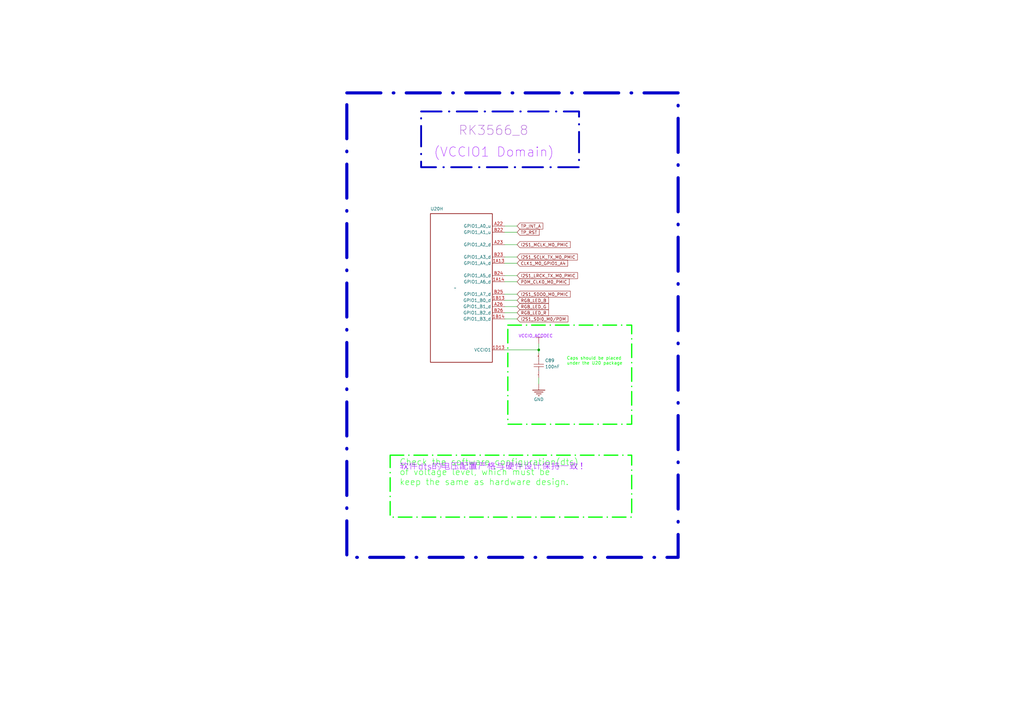
<source format=kicad_sch>
(kicad_sch (version 20250114) (generator "eeschema") (generator_version "9.0")
  (paper "A3")
  (lib_symbols
    (symbol "LCSC Taish-easyedapro:CL05B104KB54PNC"
      (property "Reference" "C" (at 0 0 0))
      (symbol "CL05B104KB54PNC_1_0"
        (pin input line (at -5.08 0 0) (length 2.54) (name "1") (number "1"))
        (pin input line (at 5.08 0 180) (length 2.54) (name "2") (number "2"))
      )
    )
    (symbol "LCSC Taish-easyedapro:Ground-GND" (power) (pin_numbers (hide yes)) (pin_names (hide yes))
      (symbol "Ground-GND_1_0"
        (pin power_in line (at 0 0 270) (length 2.54) (name "GND") (number "1"))
      )
    )
    (symbol "LCSC Taish-easyedapro:Power-VCC" (power) (pin_numbers (hide yes)) (pin_names (hide yes))
      (symbol "Power-VCC_1_0"
        (pin power_in line (at 0 0 90) (length 1.27) (name "VCCIO_ACODEC") (number "1"))
      )
    )
    (symbol "LCSC Taish-easyedapro:RK3566"
      (symbol "RK3566_1_0"
        (pin input line (at 17.78 50.8 180) (length 5.08) (name "VDD_CPU_1") (number "1C12"))
        (pin input line (at 17.78 48.26 180) (length 5.08) (name "VDD_CPU_2") (number "1D11"))
        (pin input line (at 17.78 45.72 180) (length 5.08) (name "VDD_CPU_3") (number "1D12"))
        (pin input line (at 17.78 43.18 180) (length 5.08) (name "VDD_CPU_4") (number "1E11"))
        (pin input line (at 17.78 40.64 180) (length 5.08) (name "VDD_CPU_5") (number "1E12"))
        (pin input line (at 17.78 38.1 180) (length 5.08) (name "VDD_CPU_6") (number "1E13"))
        (pin input line (at 17.78 35.56 180) (length 5.08) (name "VDD_CPU_7") (number "1F11"))
        (pin input line (at 17.78 33.02 180) (length 5.08) (name "VDD_CPU_8") (number "1F12"))
        (pin input line (at 17.78 30.48 180) (length 5.08) (name "VDD_CPU_9") (number "1F13"))
        (pin input line (at 17.78 27.94 180) (length 5.08) (name "VDD_CPU_10") (number "1F14"))
        (pin input line (at 17.78 25.4 180) (length 5.08) (name "VDD_CPU_11") (number "1G13"))
        (pin input line (at 17.78 12.7 180) (length 5.08) (name "VDD_LOGIC_1") (number "1H7"))
        (pin input line (at 17.78 10.16 180) (length 5.08) (name "VDD_LOGIC_2") (number "1H8"))
        (pin input line (at 17.78 7.62 180) (length 5.08) (name "VDD_LOGIC_3") (number "1H9"))
        (pin input line (at 17.78 5.08 180) (length 5.08) (name "VDD_LOGIC_4") (number "1H10"))
        (pin input line (at 17.78 2.54 180) (length 5.08) (name "VDD_LOGIC_5") (number "1J7"))
        (pin input line (at 17.78 0 180) (length 5.08) (name "VDD_LOGIC_6") (number "1J10"))
        (pin input line (at 17.78 -2.54 180) (length 5.08) (name "VDD_LOGIC_7") (number "1K7"))
        (pin input line (at 17.78 -5.08 180) (length 5.08) (name "VDD_LOGIC_8") (number "1K10"))
        (pin input line (at 17.78 -7.62 180) (length 5.08) (name "VDD_LOGIC_9") (number "1L7"))
        (pin input line (at 17.78 -20.32 180) (length 5.08) (name "VDD_GPU_1") (number "1L8"))
        (pin input line (at 17.78 -22.86 180) (length 5.08) (name "VDD_GPU_2") (number "1L9"))
        (pin input line (at 17.78 -25.4 180) (length 5.08) (name "VDD_GPU_3") (number "1M7"))
        (pin input line (at 17.78 -27.94 180) (length 5.08) (name "VDD_GPU_4") (number "1M8"))
        (pin input line (at 17.78 -30.48 180) (length 5.08) (name "VDD_GPU_5") (number "1M9"))
        (pin input line (at 17.78 -43.18 180) (length 5.08) (name "VDD_NPU_1") (number "1G15"))
        (pin input line (at 17.78 -45.72 180) (length 5.08) (name "VDD_NPU_2") (number "1H14"))
        (pin input line (at 17.78 -48.26 180) (length 5.08) (name "VDD_NPU_3") (number "1H15"))
        (pin input line (at 17.78 -50.8 180) (length 5.08) (name "VDD_NPU_4") (number "1J14"))
        (pin input line (at 17.78 -53.34 180) (length 5.08) (name "VDD_NPU_5") (number "1J15"))
      )
      (symbol "RK3566_2_0"
        (pin input line (at 15.24 60.96 180) (length 5.08) (name "VSS_1") (number "A1"))
        (pin input line (at 15.24 58.42 180) (length 5.08) (name "VSS_2") (number "A2"))
        (pin input line (at 15.24 55.88 180) (length 5.08) (name "VSS_3") (number "A38"))
        (pin input line (at 15.24 53.34 180) (length 5.08) (name "VSS_4") (number "B1"))
        (pin input line (at 15.24 50.8 180) (length 5.08) (name "VSS_5") (number "B2"))
        (pin input line (at 15.24 48.26 180) (length 5.08) (name "VSS_6") (number "B6"))
        (pin input line (at 15.24 45.72 180) (length 5.08) (name "VSS_7") (number "B11"))
        (pin input line (at 15.24 43.18 180) (length 5.08) (name "VSS_8") (number "B14"))
        (pin input line (at 15.24 40.64 180) (length 5.08) (name "VSS_9") (number "B18"))
        (pin input line (at 15.24 38.1 180) (length 5.08) (name "VSS_10") (number "B21"))
        (pin input line (at 15.24 35.56 180) (length 5.08) (name "VSS_11") (number "B28"))
        (pin input line (at 15.24 33.02 180) (length 5.08) (name "VSS_12") (number "B31"))
        (pin input line (at 15.24 30.48 180) (length 5.08) (name "VSS_13") (number "D2"))
        (pin input line (at 15.24 27.94 180) (length 5.08) (name "VSS_14") (number "J2"))
        (pin input line (at 15.24 25.4 180) (length 5.08) (name "VSS_15") (number "L2"))
        (pin input line (at 15.24 22.86 180) (length 5.08) (name "VSS_16") (number "U2"))
        (pin input line (at 15.24 20.32 180) (length 5.08) (name "VSS_17") (number "W2"))
        (pin input line (at 15.24 17.78 180) (length 5.08) (name "VSS_18") (number "AA2"))
        (pin input line (at 15.24 15.24 180) (length 5.08) (name "VSS_19") (number "AD2"))
        (pin input line (at 15.24 12.7 180) (length 5.08) (name "VSS_20") (number "AP2"))
        (pin input line (at 15.24 10.16 180) (length 5.08) (name "VSS_21") (number "AR1"))
        (pin input line (at 15.24 7.62 180) (length 5.08) (name "VSS_22") (number "AP8"))
        (pin input line (at 15.24 5.08 180) (length 5.08) (name "VSS_23") (number "E37"))
        (pin input line (at 15.24 2.54 180) (length 5.08) (name "VSS_24") (number "AC37"))
        (pin input line (at 15.24 0 180) (length 5.08) (name "VSS_25") (number "AE37"))
        (pin input line (at 15.24 -2.54 180) (length 5.08) (name "VSS_26") (number "AH37"))
        (pin input line (at 15.24 -5.08 180) (length 5.08) (name "VSS_27") (number "AL37"))
        (pin input line (at 15.24 -7.62 180) (length 5.08) (name "VSS_28") (number "AP37"))
        (pin input line (at 15.24 -10.16 180) (length 5.08) (name "VSS_29") (number "AR38"))
        (pin input line (at 15.24 -12.7 180) (length 5.08) (name "VSS_30") (number "1B10"))
        (pin input line (at 15.24 -15.24 180) (length 5.08) (name "VSS_31") (number "1B11"))
        (pin input line (at 15.24 -17.78 180) (length 5.08) (name "VSS_32") (number "1B15"))
        (pin input line (at 15.24 -20.32 180) (length 5.08) (name "VSS_33") (number "1B19"))
        (pin input line (at 15.24 -22.86 180) (length 5.08) (name "VSS_34") (number "1C4"))
        (pin input line (at 15.24 -25.4 180) (length 5.08) (name "VSS_35") (number "1C5"))
        (pin input line (at 15.24 -27.94 180) (length 5.08) (name "VSS_36") (number "1C6"))
        (pin input line (at 15.24 -30.48 180) (length 5.08) (name "VSS_37") (number "1C8"))
        (pin input line (at 15.24 -33.02 180) (length 5.08) (name "VSS_38") (number "1C9"))
        (pin input line (at 15.24 -35.56 180) (length 5.08) (name "VSS_39") (number "1C14"))
        (pin input line (at 15.24 -38.1 180) (length 5.08) (name "VSS_40") (number "1C16"))
        (pin input line (at 15.24 -40.64 180) (length 5.08) (name "VSS_41") (number "1C18"))
        (pin input line (at 15.24 -43.18 180) (length 5.08) (name "VSS_42") (number "1D1"))
        (pin input line (at 15.24 -45.72 180) (length 5.08) (name "VSS_43") (number "1D3"))
        (pin input line (at 15.24 -48.26 180) (length 5.08) (name "VSS_44") (number "1D10"))
        (pin input line (at 15.24 -50.8 180) (length 5.08) (name "VSS_45") (number "1D14"))
        (pin input line (at 15.24 -53.34 180) (length 5.08) (name "VSS_46") (number "1E3"))
        (pin input line (at 15.24 -55.88 180) (length 5.08) (name "VSS_47") (number "1E8"))
        (pin input line (at 15.24 -58.42 180) (length 5.08) (name "VSS_48") (number "1E10"))
        (pin input line (at 15.24 -60.96 180) (length 5.08) (name "VSS_49") (number "1E14"))
        (pin input line (at 15.24 -63.5 180) (length 5.08) (name "VSS_50") (number "1E15"))
      )
      (symbol "RK3566_3_0"
        (pin input line (at 15.24 63.5 180) (length 5.08) (name "VSS_51") (number "1E17"))
        (pin input line (at 15.24 60.96 180) (length 5.08) (name "VSS_52") (number "1F6"))
        (pin input line (at 15.24 58.42 180) (length 5.08) (name "VSS_53") (number "1F7"))
        (pin input line (at 15.24 55.88 180) (length 5.08) (name "VSS_54") (number "1F8"))
        (pin input line (at 15.24 53.34 180) (length 5.08) (name "VSS_55") (number "1F9"))
        (pin input line (at 15.24 50.8 180) (length 5.08) (name "VSS_56") (number "1F10"))
        (pin input line (at 15.24 48.26 180) (length 5.08) (name "VSS_57") (number "1F15"))
        (pin input line (at 15.24 45.72 180) (length 5.08) (name "VSS_58") (number "1F16"))
        (pin input line (at 15.24 43.18 180) (length 5.08) (name "VSS_59") (number "1G3"))
        (pin input line (at 15.24 40.64 180) (length 5.08) (name "VSS_60") (number "1G6"))
        (pin input line (at 15.24 38.1 180) (length 5.08) (name "VSS_61") (number "1G7"))
        (pin input line (at 15.24 35.56 180) (length 5.08) (name "VSS_62") (number "1G8"))
        (pin input line (at 15.24 33.02 180) (length 5.08) (name "VSS_63") (number "1G9"))
        (pin input line (at 15.24 30.48 180) (length 5.08) (name "VSS_64") (number "1G10"))
        (pin input line (at 15.24 27.94 180) (length 5.08) (name "VSS_65") (number "1G11"))
        (pin input line (at 15.24 25.4 180) (length 5.08) (name "VSS_66") (number "1G12"))
        (pin input line (at 15.24 22.86 180) (length 5.08) (name "VSS_67") (number "1G14"))
        (pin input line (at 15.24 20.32 180) (length 5.08) (name "VSS_68") (number "1H1"))
        (pin input line (at 15.24 17.78 180) (length 5.08) (name "VSS_69") (number "1H2"))
        (pin input line (at 15.24 15.24 180) (length 5.08) (name "VSS_70") (number "1H6"))
        (pin input line (at 15.24 12.7 180) (length 5.08) (name "VSS_71") (number "1H11"))
        (pin input line (at 15.24 10.16 180) (length 5.08) (name "VSS_72") (number "1H12"))
        (pin input line (at 15.24 7.62 180) (length 5.08) (name "VSS_73") (number "1H13"))
        (pin input line (at 15.24 5.08 180) (length 5.08) (name "VSS_74") (number "1J1"))
        (pin input line (at 15.24 2.54 180) (length 5.08) (name "VSS_75") (number "1J6"))
        (pin input line (at 15.24 0 180) (length 5.08) (name "VSS_76") (number "1J8"))
        (pin input line (at 15.24 -2.54 180) (length 5.08) (name "VSS_77") (number "1J9"))
        (pin input line (at 15.24 -5.08 180) (length 5.08) (name "VSS_78") (number "1J11"))
        (pin input line (at 15.24 -7.62 180) (length 5.08) (name "VSS_79") (number "1J12"))
        (pin input line (at 15.24 -10.16 180) (length 5.08) (name "VSS_80") (number "1J13"))
        (pin input line (at 15.24 -12.7 180) (length 5.08) (name "VSS_81") (number "1K2"))
        (pin input line (at 15.24 -15.24 180) (length 5.08) (name "VSS_82") (number "1K3"))
        (pin input line (at 15.24 -17.78 180) (length 5.08) (name "VSS_83") (number "1K4"))
        (pin input line (at 15.24 -20.32 180) (length 5.08) (name "VSS_84") (number "1K5"))
        (pin input line (at 15.24 -22.86 180) (length 5.08) (name "VSS_85") (number "1K6"))
        (pin input line (at 15.24 -25.4 180) (length 5.08) (name "VSS_86") (number "1K8"))
        (pin input line (at 15.24 -27.94 180) (length 5.08) (name "VSS_87") (number "1K9"))
        (pin input line (at 15.24 -30.48 180) (length 5.08) (name "VSS_88") (number "1K11"))
        (pin input line (at 15.24 -33.02 180) (length 5.08) (name "VSS_89") (number "1K12"))
        (pin input line (at 15.24 -35.56 180) (length 5.08) (name "VSS_90") (number "1K13"))
        (pin input line (at 15.24 -38.1 180) (length 5.08) (name "VSS_91") (number "1K14"))
        (pin input line (at 15.24 -40.64 180) (length 5.08) (name "VSS_92") (number "1K15"))
        (pin input line (at 15.24 -43.18 180) (length 5.08) (name "VSS_93") (number "1L3"))
        (pin input line (at 15.24 -45.72 180) (length 5.08) (name "VSS_94") (number "1L6"))
        (pin input line (at 15.24 -48.26 180) (length 5.08) (name "VSS_95") (number "1L10"))
        (pin input line (at 15.24 -50.8 180) (length 5.08) (name "VSS_96") (number "1L11"))
        (pin input line (at 15.24 -53.34 180) (length 5.08) (name "VSS_97") (number "1L12"))
        (pin input line (at 15.24 -55.88 180) (length 5.08) (name "VSS_98") (number "1L13"))
        (pin input line (at 15.24 -58.42 180) (length 5.08) (name "VSS_99") (number "1L14"))
        (pin input line (at 15.24 -60.96 180) (length 5.08) (name "VSS_100") (number "1L15"))
      )
      (symbol "RK3566_4_0"
        (pin input line (at 15.24 38.1 180) (length 5.08) (name "VSS_101") (number "1M3"))
        (pin input line (at 15.24 35.56 180) (length 5.08) (name "VSS_102") (number "1M4"))
        (pin input line (at 15.24 33.02 180) (length 5.08) (name "VSS_103") (number "1M5"))
        (pin input line (at 15.24 30.48 180) (length 5.08) (name "VSS_104") (number "1M6"))
        (pin input line (at 15.24 27.94 180) (length 5.08) (name "VSS_105") (number "1M10"))
        (pin input line (at 15.24 25.4 180) (length 5.08) (name "VSS_106") (number "1M11"))
        (pin input line (at 15.24 22.86 180) (length 5.08) (name "VSS_107") (number "1M12"))
        (pin input line (at 15.24 20.32 180) (length 5.08) (name "VSS_108") (number "1M13"))
        (pin input line (at 15.24 17.78 180) (length 5.08) (name "VSS_109") (number "1M14"))
        (pin input line (at 15.24 15.24 180) (length 5.08) (name "VSS_110") (number "1M15"))
        (pin input line (at 15.24 12.7 180) (length 5.08) (name "VSS_111") (number "1M16"))
        (pin input line (at 15.24 10.16 180) (length 5.08) (name "VSS_112") (number "1M17"))
        (pin input line (at 15.24 7.62 180) (length 5.08) (name "VSS_113") (number "1M20"))
        (pin input line (at 15.24 5.08 180) (length 5.08) (name "VSS_114") (number "1N3"))
        (pin input line (at 15.24 2.54 180) (length 5.08) (name "VSS_115") (number "1N4"))
        (pin input line (at 15.24 0 180) (length 5.08) (name "VSS_116") (number "1N7"))
        (pin input line (at 15.24 -2.54 180) (length 5.08) (name "VSS_117") (number "1P1"))
        (pin input line (at 15.24 -5.08 180) (length 5.08) (name "VSS_118") (number "1P5"))
        (pin input line (at 15.24 -7.62 180) (length 5.08) (name "VSS_119") (number "1P6"))
        (pin input line (at 15.24 -10.16 180) (length 5.08) (name "VSS_120") (number "1P7"))
        (pin input line (at 15.24 -12.7 180) (length 5.08) (name "VSS_121") (number "1P15"))
        (pin input line (at 15.24 -15.24 180) (length 5.08) (name "VSS_122") (number "1R3"))
        (pin input line (at 15.24 -17.78 180) (length 5.08) (name "VSS_123") (number "1R4"))
        (pin input line (at 15.24 -20.32 180) (length 5.08) (name "VSS_124") (number "1R5"))
        (pin input line (at 15.24 -22.86 180) (length 5.08) (name "VSS_125") (number "1R6"))
        (pin input line (at 15.24 -25.4 180) (length 5.08) (name "VSS_126") (number "1R7"))
        (pin input line (at 15.24 -27.94 180) (length 5.08) (name "VSS_127") (number "1T3"))
        (pin input line (at 15.24 -30.48 180) (length 5.08) (name "VSS_128") (number "1T5"))
        (pin input line (at 15.24 -33.02 180) (length 5.08) (name "VSS_129") (number "1U2"))
        (pin input line (at 15.24 -35.56 180) (length 5.08) (name "VSS_130") (number "1V1"))
        (pin input line (at 15.24 -38.1 180) (length 5.08) (name "VSS_131") (number "1V4"))
      )
      (symbol "RK3566_5_0"
        (pin input line (at 10.16 68.58 180) (length 5.08) (name "AVSS_1") (number "AP13"))
        (pin input line (at 10.16 66.04 180) (length 5.08) (name "AVSS_2") (number "AP16"))
        (pin input line (at 10.16 63.5 180) (length 5.08) (name "AVSS_3") (number "AP19"))
        (pin input line (at 10.16 60.96 180) (length 5.08) (name "AVSS_4") (number "AP22"))
        (pin input line (at 10.16 58.42 180) (length 5.08) (name "AVSS_5") (number "AP25"))
        (pin input line (at 10.16 55.88 180) (length 5.08) (name "AVSS_6") (number "AP28"))
        (pin input line (at 10.16 53.34 180) (length 5.08) (name "AVSS_7") (number "AP31"))
        (pin input line (at 10.16 50.8 180) (length 5.08) (name "AVSS_8") (number "AP34"))
        (pin input line (at 10.16 48.26 180) (length 5.08) (name "AVSS_9") (number "1N11"))
        (pin input line (at 10.16 45.72 180) (length 5.08) (name "AVSS_10") (number "1N12"))
        (pin input line (at 10.16 43.18 180) (length 5.08) (name "AVSS_11") (number "1P8"))
        (pin input line (at 10.16 40.64 180) (length 5.08) (name "AVSS_12") (number "1P10"))
        (pin input line (at 10.16 38.1 180) (length 5.08) (name "AVSS_13") (number "1P14"))
        (pin input line (at 10.16 35.56 180) (length 5.08) (name "AVSS_14") (number "1R8"))
        (pin input line (at 10.16 33.02 180) (length 5.08) (name "AVSS_15") (number "1R9"))
        (pin input line (at 10.16 30.48 180) (length 5.08) (name "AVSS_16") (number "1R11"))
        (pin input line (at 10.16 27.94 180) (length 5.08) (name "AVSS_17") (number "1R12"))
        (pin input line (at 10.16 25.4 180) (length 5.08) (name "AVSS_18") (number "1R13"))
        (pin input line (at 10.16 22.86 180) (length 5.08) (name "AVSS_19") (number "1R14"))
        (pin input line (at 10.16 20.32 180) (length 5.08) (name "AVSS_20") (number "1R15"))
        (pin input line (at 10.16 17.78 180) (length 5.08) (name "AVSS_21") (number "1T7"))
        (pin input line (at 10.16 15.24 180) (length 5.08) (name "AVSS_22") (number "1T8"))
        (pin input line (at 10.16 12.7 180) (length 5.08) (name "AVSS_23") (number "1T9"))
        (pin input line (at 10.16 10.16 180) (length 5.08) (name "AVSS_24") (number "1T10"))
        (pin input line (at 10.16 7.62 180) (length 5.08) (name "AVSS_25") (number "1T11"))
        (pin input line (at 10.16 5.08 180) (length 5.08) (name "AVSS_26") (number "1T12"))
        (pin input line (at 10.16 2.54 180) (length 5.08) (name "AVSS_27") (number "1T13"))
        (pin input line (at 10.16 0 180) (length 5.08) (name "AVSS_28") (number "1T14"))
        (pin input line (at 10.16 -2.54 180) (length 5.08) (name "AVSS_29") (number "1T15"))
        (pin input line (at 10.16 -5.08 180) (length 5.08) (name "AVSS_30") (number "1T16"))
        (pin input line (at 10.16 -7.62 180) (length 5.08) (name "AVSS_31") (number "1T17"))
        (pin input line (at 10.16 -10.16 180) (length 5.08) (name "AVSS_32") (number "1U12"))
        (pin input line (at 10.16 -12.7 180) (length 5.08) (name "AVSS_33") (number "1U13"))
        (pin input line (at 10.16 -15.24 180) (length 5.08) (name "AVSS_34") (number "1U15"))
        (pin input line (at 10.16 -17.78 180) (length 5.08) (name "AVSS_35") (number "1U17"))
        (pin input line (at 10.16 -20.32 180) (length 5.08) (name "AVSS_36") (number "1V7"))
        (pin input line (at 10.16 -22.86 180) (length 5.08) (name "AVSS_37") (number "1V12"))
        (pin input line (at 10.16 -25.4 180) (length 5.08) (name "AVSS_38") (number "1V13"))
        (pin input line (at 10.16 -27.94 180) (length 5.08) (name "AVSS_39") (number "1V18"))
        (pin input line (at 10.16 -35.56 180) (length 5.08) (name "AVSS1_1") (number "H37"))
        (pin input line (at 10.16 -38.1 180) (length 5.08) (name "AVSS1_2") (number "L37"))
        (pin input line (at 10.16 -40.64 180) (length 5.08) (name "AVSS1_3") (number "P37"))
        (pin input line (at 10.16 -43.18 180) (length 5.08) (name "AVSS1_4") (number "U37"))
        (pin input line (at 10.16 -45.72 180) (length 5.08) (name "AVSS1_5") (number "Y37"))
        (pin input line (at 10.16 -48.26 180) (length 5.08) (name "AVSS1_6") (number "1F20"))
        (pin input line (at 10.16 -50.8 180) (length 5.08) (name "AVSS1_7") (number "1G16"))
        (pin input line (at 10.16 -53.34 180) (length 5.08) (name "AVSS1_8") (number "1G18"))
        (pin input line (at 10.16 -55.88 180) (length 5.08) (name "AVSS1_9") (number "1G19"))
        (pin input line (at 10.16 -58.42 180) (length 5.08) (name "AVSS1_10") (number "1G20"))
        (pin input line (at 10.16 -60.96 180) (length 5.08) (name "AVSS1_11") (number "1J16"))
        (pin input line (at 10.16 -63.5 180) (length 5.08) (name "AVSS1_12") (number "1J18"))
        (pin input line (at 10.16 -66.04 180) (length 5.08) (name "AVSS1_13") (number "1K18"))
        (pin input line (at 10.16 -68.58 180) (length 5.08) (name "AVSS1_14") (number "1L19"))
      )
      (symbol "RK3566_6_0"
        (pin input line (at -35.56 81.28 0) (length 5.08) (name "LPDDR4_DQ0_A") (number "G2"))
        (pin input line (at -35.56 78.74 0) (length 5.08) (name "LPDDR4_DQ1_A") (number "F2"))
        (pin input line (at -35.56 76.2 0) (length 5.08) (name "LPDDR4_DQ2_A") (number "F1"))
        (pin input line (at -35.56 73.66 0) (length 5.08) (name "LPDDR4_DQ3_A") (number "E1"))
        (pin input line (at -35.56 71.12 0) (length 5.08) (name "LPDDR4_DQ4_A") (number "M2"))
        (pin input line (at -35.56 68.58 0) (length 5.08) (name "LPDDR4_DQ5_A") (number "K1"))
        (pin input line (at -35.56 66.04 0) (length 5.08) (name "LPDDR4_DQ6_A") (number "K2"))
        (pin input line (at -35.56 63.5 0) (length 5.08) (name "LPDDR4_DQ7_A") (number "1E1"))
        (pin input line (at -35.56 58.42 0) (length 5.08) (name "LPDDR4_DM0_A") (number "1E2"))
        (pin input line (at -35.56 53.34 0) (length 5.08) (name "LPDDR4_DQS0P_A") (number "H2"))
        (pin input line (at -35.56 50.8 0) (length 5.08) (name "LPDDR4_DQS0N_A") (number "H1"))
        (pin input line (at -35.56 45.72 0) (length 5.08) (name "LPDDR4_DQ8_A") (number "P2"))
        (pin input line (at -35.56 43.18 0) (length 5.08) (name "LPDDR4_DQ9_A") (number "R1"))
        (pin input line (at -35.56 40.64 0) (length 5.08) (name "LPDDR4_DQ10_A") (number "R2"))
        (pin input line (at -35.56 38.1 0) (length 5.08) (name "LPDDR4_DQ11_A") (number "T2"))
        (pin input line (at -35.56 35.56 0) (length 5.08) (name "LPDDR4_DQ12_A") (number "M1"))
        (pin input line (at -35.56 33.02 0) (length 5.08) (name "LPDDR4_DQ13_A") (number "1F2"))
        (pin input line (at -35.56 30.48 0) (length 5.08) (name "LPDDR4_DQ14_A") (number "1F1"))
        (pin input line (at -35.56 27.94 0) (length 5.08) (name "LPDDR4_DQ15_A") (number "1G2"))
        (pin input line (at -35.56 22.86 0) (length 5.08) (name "LPDDR4_DM1_A") (number "1G1"))
        (pin input line (at -35.56 17.78 0) (length 5.08) (name "LPDDR4_DQS1P_A") (number "N1"))
        (pin input line (at -35.56 15.24 0) (length 5.08) (name "LPDDR4_DQS1N_A") (number "N2"))
        (pin input line (at -35.56 10.16 0) (length 5.08) (name "LPDDR4_DQ0_B") (number "B12"))
        (pin input line (at -35.56 7.62 0) (length 5.08) (name "LPDDR4_DQ1_B") (number "B10"))
        (pin input line (at -35.56 5.08 0) (length 5.08) (name "LPDDR4_DQ2_B") (number "1A8"))
        (pin input line (at -35.56 2.54 0) (length 5.08) (name "LPDDR4_DQ3_B") (number "1A7"))
        (pin input line (at -35.56 0 0) (length 5.08) (name "LPDDR4_DQ4_B") (number "B13"))
        (pin input line (at -35.56 -2.54 0) (length 5.08) (name "LPDDR4_DQ5_B") (number "1A10"))
        (pin input line (at -35.56 -5.08 0) (length 5.08) (name "LPDDR4_DQ6_B") (number "1B9"))
        (pin input line (at -35.56 -7.62 0) (length 5.08) (name "LPDDR4_DQ7_B") (number "1A9"))
        (pin input line (at -35.56 -12.7 0) (length 5.08) (name "LPDDR4_DM0_B") (number "1B8"))
        (pin input line (at -35.56 -17.78 0) (length 5.08) (name "LPDDR4_DQS0P_B") (number "A13"))
        (pin input line (at -35.56 -20.32 0) (length 5.08) (name "LPDDR4_DQS0N_B") (number "A12"))
        (pin input line (at -35.56 -27.94 0) (length 5.08) (name "LPDDR4_DQ8_B") (number "B19"))
        (pin input line (at -35.56 -30.48 0) (length 5.08) (name "LPDDR4_DQ9_B") (number "A19"))
        (pin input line (at -35.56 -33.02 0) (length 5.08) (name "LPDDR4_DQ10_B") (number "A20"))
        (pin input line (at -35.56 -35.56 0) (length 5.08) (name "LPDDR4_DQ11_B") (number "B20"))
        (pin input line (at -35.56 -38.1 0) (length 5.08) (name "LPDDR4_DQ12_B") (number "A15"))
        (pin input line (at -35.56 -40.64 0) (length 5.08) (name "LPDDR4_DQ13_B") (number "B15"))
        (pin input line (at -35.56 -43.18 0) (length 5.08) (name "LPDDR4_DQ14_B") (number "1C10"))
        (pin input line (at -35.56 -45.72 0) (length 5.08) (name "LPDDR4_DQ15_B") (number "B16"))
        (pin input line (at -35.56 -50.8 0) (length 5.08) (name "LPDDR4_DM1_B") (number "1A11"))
        (pin input line (at -35.56 -55.88 0) (length 5.08) (name "LPDDR4_DQS1P_B") (number "A17"))
        (pin input line (at -35.56 -58.42 0) (length 5.08) (name "LPDDR4_DQS1N_B") (number "B17"))
        (pin input line (at 27.94 81.28 180) (length 5.08) (name "LPDDR4_CLKP_B") (number "A7"))
        (pin input line (at 27.94 78.74 180) (length 5.08) (name "1D2") (number "1D2"))
        (pin input line (at 27.94 76.2 180) (length 5.08) (name "LPDDR4_A1_A") (number "C1"))
        (pin input line (at 27.94 73.66 180) (length 5.08) (name "LPDDR4_CKE1_A") (number "1C3"))
        (pin input line (at 27.94 68.58 180) (length 5.08) (name "LPDDR4_A3_B") (number "1B6"))
        (pin input line (at 27.94 66.04 180) (length 5.08) (name "LPDDR4_A5_B") (number "B8"))
        (pin input line (at 27.94 63.5 180) (length 5.08) (name "LPDDR4_A1_B") (number "B9"))
        (pin input line (at 27.94 60.96 180) (length 5.08) (name "LPDDR4_ODT0_CA_B") (number "A10"))
        (pin input line (at 27.94 55.88 180) (length 5.08) (name "LPDDR4_ODT0_CA_A") (number "E2"))
        (pin input line (at 27.94 53.34 180) (length 5.08) (name "LPDDR4_CLKN_B") (number "B7"))
        (pin input line (at 27.94 50.8 180) (length 5.08) (name "LPDDR4_CKE0_B") (number "1A3"))
        (pin input line (at 27.94 48.26 180) (length 5.08) (name "LPDDR4_A0_A") (number "C2"))
        (pin input line (at 27.94 43.18 180) (length 5.08) (name "LPDDR4_A3_A") (number "1B3"))
        (pin input line (at 27.94 40.64 180) (length 5.08) (name "LPDDR4_A0_B") (number "A9"))
        (pin input line (at 27.94 38.1 180) (length 5.08) (name "LPDDR4_A4_A") (number "1B1"))
        (pin input line (at 27.94 35.56 180) (length 5.08) (name "LPDDR4_A2_A") (number "1C1"))
        (pin input line (at 27.94 30.48 180) (length 5.08) (name "LPDDR4_A5_A") (number "1A1"))
        (pin input line (at 27.94 27.94 180) (length 5.08) (name "LPDDR4_CKE1_B") (number "1A2"))
        (pin input line (at 27.94 25.4 180) (length 5.08) (name "LPDDR4_A2_B") (number "1B7"))
        (pin input line (at 27.94 22.86 180) (length 5.08) (name "LPDDR4_A4_B") (number "1A6"))
        (pin input line (at 27.94 17.78 180) (length 5.08) (name "LPDDR4_ODT1_CA_B") (number "1A4"))
        (pin input line (at 27.94 15.24 180) (length 5.08) (name "LPDDR4_ODT1_CA_A") (number "1C2"))
        (pin input line (at 27.94 12.7 180) (length 5.08) (name "LPDDR4_CKE0_A") (number "B4"))
        (pin input line (at 27.94 7.62 180) (length 5.08) (name "LPDDR4_CLKP_A") (number "A5"))
        (pin input line (at 27.94 5.08 180) (length 5.08) (name "LPDDR4_CLKN_A") (number "B5"))
        (pin input line (at 27.94 0 180) (length 5.08) (name "LPDDR4_CS0n_A") (number "B3"))
        (pin input line (at 27.94 -2.54 180) (length 5.08) (name "LPDDR4_CS1n_A") (number "A3"))
        (pin input line (at 27.94 -5.08 180) (length 5.08) (name "LPDDR4_CS1n_B") (number "1A5"))
        (pin input line (at 27.94 -7.62 180) (length 5.08) (name "LPDDR4_CS0n_B") (number "1B5"))
        (pin input line (at 27.94 -12.7 180) (length 5.08) (name "LPDDR4_RESETn") (number "1C7"))
        (pin input line (at 27.94 -22.86 180) (length 5.08) (name "DDR_RZQ") (number "1F3"))
        (pin input line (at 27.94 -30.48 180) (length 5.08) (name "ODR_VREFOUT") (number "1H3"))
        (pin input line (at 27.94 -38.1 180) (length 5.08) (name "DDR_VDDQ_1") (number "1D5"))
        (pin input line (at 27.94 -40.64 180) (length 5.08) (name "DDR_VDDQ_2") (number "1D6"))
        (pin input line (at 27.94 -43.18 180) (length 5.08) (name "DDR_VDDQ_3") (number "1D7"))
        (pin input line (at 27.94 -45.72 180) (length 5.08) (name "DDR_VDDQ_4") (number "1D8"))
        (pin input line (at 27.94 -48.26 180) (length 5.08) (name "DDR_VDDQ_5") (number "1D9"))
        (pin input line (at 27.94 -50.8 180) (length 5.08) (name "DDR_VDDQ_6") (number "1E4"))
        (pin input line (at 27.94 -53.34 180) (length 5.08) (name "DDR_VDDQ_7") (number "1F4"))
        (pin input line (at 27.94 -55.88 180) (length 5.08) (name "DDR_VDDQ_8") (number "1G4"))
        (pin input line (at 27.94 -66.04 180) (length 5.08) (name "DDR_VDDQL_1") (number "1E6"))
        (pin input line (at 27.94 -68.58 180) (length 5.08) (name "DDR_VDDQL_2") (number "1E7"))
        (pin input line (at 27.94 -71.12 180) (length 5.08) (name "DDR_VDDQL_3") (number "1E9"))
        (pin input line (at 27.94 -73.66 180) (length 5.08) (name "DDR_VDDQL_4") (number "1F5"))
        (pin input line (at 27.94 -76.2 180) (length 5.08) (name "DDR_VDDQL_5") (number "1G5"))
        (pin input line (at 27.94 -86.36 180) (length 5.08) (name "DDR_AVSS") (number "1D4"))
      )
      (symbol "RK3566_7_0"
        (pin input line (at -30.48 81.28 0) (length 5.08) (name "XOUT24M") (number "AD38"))
        (pin input line (at -30.48 63.5 0) (length 5.08) (name "XIN24M") (number "AD37"))
        (pin input line (at -30.48 40.64 0) (length 5.08) (name "TVSS") (number "1M18"))
        (pin input line (at -30.48 35.56 0) (length 5.08) (name "GPIO0_D3_d") (number "1N19"))
        (pin input line (at -30.48 33.02 0) (length 5.08) (name "GPIO0_D4_d") (number "1M19"))
        (pin input line (at -30.48 30.48 0) (length 5.08) (name "GPIO0_D5_d") (number "1N20"))
        (pin input line (at -30.48 27.94 0) (length 5.08) (name "GPIO0_D6_d") (number "1P20"))
        (pin input line (at -30.48 12.7 0) (length 5.08) (name "PMUPLL_AVDD_0V9") (number "1P17"))
        (pin input line (at -30.48 -10.16 0) (length 5.08) (name "PMUPLL_AVDD_1V9") (number "1N18"))
        (pin input line (at -30.48 -20.32 0) (length 5.08) (name "PMUPLL_AVSS") (number "1N17"))
        (pin input line (at -30.48 -40.64 0) (length 5.08) (name "SYSPLL_AVDD_0V9") (number "1H5"))
        (pin input line (at -30.48 -68.58 0) (length 5.08) (name "SYSPLL_AVDD_1V8") (number "1H4"))
        (pin input line (at -30.48 -78.74 0) (length 5.08) (name "SYSPLL_AVSS") (number "1J5"))
        (pin input line (at 30.48 81.28 180) (length 5.08) (name "nPOR_u") (number "AG38"))
        (pin input line (at 30.48 55.88 180) (length 5.08) (name "GPIO0_A0_d") (number "1P18"))
        (pin input line (at 30.48 53.34 180) (length 5.08) (name "GPIO0_A1_z") (number "1R20"))
        (pin input line (at 30.48 50.8 180) (length 5.08) (name "GPIO0_A2_d") (number "1P19"))
        (pin input line (at 30.48 48.26 180) (length 5.08) (name "GPIO0_A3_u") (number "1R19"))
        (pin input line (at 30.48 45.72 180) (length 5.08) (name "GPIO0_A4_u") (number "AF37"))
        (pin input line (at 30.48 43.18 180) (length 5.08) (name "GPIO0_A5_d") (number "AG37"))
        (pin input line (at 30.48 40.64 180) (length 5.08) (name "GPIO0_A6_d") (number "AJ38"))
        (pin input line (at 30.48 35.56 180) (length 5.08) (name "GPIO0_A7_u") (number "AF38"))
        (pin input line (at 30.48 22.86 180) (length 5.08) (name "PMUIO1") (number "1P16"))
        (pin input line (at 30.48 2.54 180) (length 5.08) (name "GPIO0_B0_u") (number "1T20"))
        (pin input line (at 30.48 0 180) (length 5.08) (name "GPIO0_B1_u") (number "AJ37"))
        (pin input line (at 30.48 -2.54 180) (length 5.08) (name "GPIO0_B2_u") (number "AK38"))
        (pin input line (at 30.48 -5.08 180) (length 5.08) (name "GPIO0_B3_u") (number "AK37"))
        (pin input line (at 30.48 -7.62 180) (length 5.08) (name "GPIO0_B4_u") (number "AM38"))
        (pin input line (at 30.48 -10.16 180) (length 5.08) (name "GPIO0_B5_u") (number "1U20"))
        (pin input line (at 30.48 -12.7 180) (length 5.08) (name "GPIO0_B6_u") (number "1R16"))
        (pin input line (at 30.48 -15.24 180) (length 5.08) (name "GPIO0_B7_d") (number "1R17"))
        (pin input line (at 30.48 -20.32 180) (length 5.08) (name "GPIO0_C0_d") (number "1T19"))
        (pin input line (at 30.48 -22.86 180) (length 5.08) (name "GPIO0_C1_d") (number "1R18"))
        (pin input line (at 30.48 -25.4 180) (length 5.08) (name "GPIO0_C2_d") (number "AM37"))
        (pin input line (at 30.48 -27.94 180) (length 5.08) (name "GPIO0_C3_d") (number "AN38"))
        (pin input line (at 30.48 -30.48 180) (length 5.08) (name "GPIO0_C4_d") (number "AN37"))
        (pin input line (at 30.48 -33.02 180) (length 5.08) (name "GPIO0_C5_d") (number "1U19"))
        (pin input line (at 30.48 -35.56 180) (length 5.08) (name "GPIO0_C6_d") (number "1T18"))
        (pin input line (at 30.48 -38.1 180) (length 5.08) (name "GPIO0_C7_d") (number "1V20"))
        (pin input line (at 30.48 -43.18 180) (length 5.08) (name "GPIO0_D0_u") (number "1V19"))
        (pin input line (at 30.48 -45.72 180) (length 5.08) (name "GPIO0_D1_u") (number "1U18"))
        (pin input line (at 30.48 -58.42 180) (length 5.08) (name "PMUIO2") (number "1N15"))
        (pin input line (at 30.48 -81.28 180) (length 5.08) (name "PMU_VDD_LOGIC_0V9") (number "1N16"))
      )
      (symbol "RK3566_8_0"
        (pin input line (at 20.32 25.4 180) (length 5.08) (name "GPIO1_A0_u") (number "A22"))
        (pin input line (at 20.32 22.86 180) (length 5.08) (name "GPIO1_A1_u") (number "B22"))
        (pin input line (at 20.32 17.78 180) (length 5.08) (name "GPIO1_A2_d") (number "A23"))
        (pin input line (at 20.32 12.7 180) (length 5.08) (name "GPIO1_A3_d") (number "B23"))
        (pin input line (at 20.32 10.16 180) (length 5.08) (name "GPIO1_A4_d") (number "1A13"))
        (pin input line (at 20.32 5.08 180) (length 5.08) (name "GPIO1_A5_d") (number "B24"))
        (pin input line (at 20.32 2.54 180) (length 5.08) (name "GPIO1_A6_d") (number "1A14"))
        (pin input line (at 20.32 -2.54 180) (length 5.08) (name "GPIO1_A7_d") (number "B25"))
        (pin input line (at 20.32 -5.08 180) (length 5.08) (name "GPIO1_B0_d") (number "1B13"))
        (pin input line (at 20.32 -7.62 180) (length 5.08) (name "GPIO1_B1_d") (number "A26"))
        (pin input line (at 20.32 -10.16 180) (length 5.08) (name "GPIO1_B2_d") (number "B26"))
        (pin input line (at 20.32 -12.7 180) (length 5.08) (name "GPIO1_B3_d") (number "1B14"))
        (pin input line (at 20.32 -25.4 180) (length 5.08) (name "VCCIO1") (number "1D13"))
      )
      (symbol "RK3566_9_0"
        (pin input line (at 22.86 30.48 180) (length 5.08) (name "GPIO1_B4_u") (number "A32"))
        (pin input line (at 22.86 27.94 180) (length 5.08) (name "GPIO1_B5_u") (number "B27"))
        (pin input line (at 22.86 25.4 180) (length 5.08) (name "GPIO1_B6_u") (number "B32"))
        (pin input line (at 22.86 22.86 180) (length 5.08) (name "GPIO1_B7_u") (number "B29"))
        (pin input line (at 22.86 20.32 180) (length 5.08) (name "GPIO1_C0_u") (number "B33"))
        (pin input line (at 22.86 17.78 180) (length 5.08) (name "GPIO1_C1_u") (number "A30"))
        (pin input line (at 22.86 15.24 180) (length 5.08) (name "GPIO1_C2_u") (number "B30"))
        (pin input line (at 22.86 12.7 180) (length 5.08) (name "GPIO1_C3_u") (number "A33"))
        (pin input line (at 22.86 7.62 180) (length 5.08) (name "GPIO1_C4_u") (number "A27"))
        (pin input line (at 22.86 2.54 180) (length 5.08) (name "GPIO1_C5_d") (number "A29"))
        (pin input line (at 22.86 -2.54 180) (length 5.08) (name "GPIO1_C6_d") (number "1A16"))
        (pin input line (at 22.86 -7.62 180) (length 5.08) (name "GPIO1_C7_d") (number "1B16"))
        (pin input line (at 22.86 -10.16 180) (length 5.08) (name "GPIO1_D0_d") (number "1A15"))
        (pin input line (at 22.86 -12.7 180) (length 5.08) (name "GPIO1_D1_u") (number "1A17"))
        (pin input line (at 22.86 -15.24 180) (length 5.08) (name "GPIO1_D2_u") (number "1A18"))
        (pin input line (at 22.86 -17.78 180) (length 5.08) (name "GPIO1_D3_u") (number "1B17"))
        (pin input line (at 22.86 -20.32 180) (length 5.08) (name "GPIO1_D4_u") (number "1C15"))
        (pin input line (at 22.86 -33.02 180) (length 5.08) (name "VCCIO2") (number "1C13"))
      )
      (symbol "RK3566_10_0"
        (pin input line (at 20.32 15.24 180) (length 5.08) (name "GPIO1_D5_u") (number "1E20"))
        (pin input line (at 20.32 12.7 180) (length 5.08) (name "GPIO1_D6_u") (number "1F19"))
        (pin input line (at 20.32 10.16 180) (length 5.08) (name "GPIO1_D7_u") (number "1D20"))
        (pin input line (at 20.32 7.62 180) (length 5.08) (name "GPIO2_A0_u") (number "1F18"))
        (pin input line (at 20.32 2.54 180) (length 5.08) (name "GPIO2_A1_u") (number "1E19"))
        (pin input line (at 20.32 -2.54 180) (length 5.08) (name "GPIO2_A2_d") (number "G38"))
        (pin input line (at 20.32 -15.24 180) (length 5.08) (name "VCCIO3") (number "1F17"))
      )
      (symbol "RK3566_11_0"
        (pin input line (at 22.86 35.56 180) (length 5.08) (name "GPIO2_A3_u") (number "1C19"))
        (pin input line (at 22.86 33.02 180) (length 5.08) (name "GPIO2_A4_u") (number "1E18"))
        (pin input line (at 22.86 30.48 180) (length 5.08) (name "GPIO2_A5_u") (number "1D18"))
        (pin input line (at 22.86 27.94 180) (length 5.08) (name "GPIO2_A6_u") (number "1A20"))
        (pin input line (at 22.86 22.86 180) (length 5.08) (name "GPIO2_A7_u") (number "B35"))
        (pin input line (at 22.86 17.78 180) (length 5.08) (name "GPIO2_B0_d") (number "B37"))
        (pin input line (at 22.86 12.7 180) (length 5.08) (name "GPIO2_B1_d") (number "A35"))
        (pin input line (at 22.86 10.16 180) (length 5.08) (name "GPIO2_B2_u") (number "B34"))
        (pin input line (at 22.86 5.08 180) (length 5.08) (name "GPIO2_B3_u") (number "1C20"))
        (pin input line (at 22.86 2.54 180) (length 5.08) (name "GPIO2_B4_u") (number "F38"))
        (pin input line (at 22.86 0 180) (length 5.08) (name "GPIO2_B5_u") (number "F37"))
        (pin input line (at 22.86 -2.54 180) (length 5.08) (name "GPIO2_B6_u") (number "G37"))
        (pin input line (at 22.86 -7.62 180) (length 5.08) (name "GPIO2_B7_d") (number "D38"))
        (pin input line (at 22.86 -10.16 180) (length 5.08) (name "GPIO2_C0_d") (number "A37"))
        (pin input line (at 22.86 -12.7 180) (length 5.08) (name "GPIO2_C1_d") (number "B36"))
        (pin input line (at 22.86 -17.78 180) (length 5.08) (name "GPIO2_C2_d") (number "C37"))
        (pin input line (at 22.86 -20.32 180) (length 5.08) (name "GPIO2_C3_d") (number "1D19"))
        (pin input line (at 22.86 -22.86 180) (length 5.08) (name "GPIO2_C4_d") (number "1B20"))
        (pin input line (at 22.86 -25.4 180) (length 5.08) (name "GPIO2_C5_d") (number "D37"))
        (pin input line (at 22.86 -30.48 180) (length 5.08) (name "GPIO2_C6_d") (number "B38"))
        (pin input line (at 22.86 -40.64 180) (length 5.08) (name "VCCIO4") (number "1E16"))
      )
      (symbol "RK3566_12_0"
        (pin input line (at 12.7 38.1 180) (length 5.08) (name "GPIO3_A1_d") (number "1U5"))
        (pin input line (at 12.7 35.56 180) (length 5.08) (name "GPIO3_A2_d") (number "AR10"))
        (pin input line (at 12.7 33.02 180) (length 5.08) (name "GPIO3_A3_d") (number "AP10"))
        (pin input line (at 12.7 30.48 180) (length 5.08) (name "GPIO3_A4_d") (number "AR9"))
        (pin input line (at 12.7 27.94 180) (length 5.08) (name "GPIO3_A5_d") (number "AP9"))
        (pin input line (at 12.7 25.4 180) (length 5.08) (name "GPIO3_A6_d") (number "1U4"))
        (pin input line (at 12.7 22.86 180) (length 5.08) (name "GPIO3_A7_d") (number "1V3"))
        (pin input line (at 12.7 17.78 180) (length 5.08) (name "GPIO3_B0_d") (number "AR7"))
        (pin input line (at 12.7 15.24 180) (length 5.08) (name "GPIO3_B1_d") (number "AP7"))
        (pin input line (at 12.7 12.7 180) (length 5.08) (name "GPIO3_B2_d") (number "AR6"))
        (pin input line (at 12.7 10.16 180) (length 5.08) (name "GPIO3_B3_d") (number "AP6"))
        (pin input line (at 12.7 7.62 180) (length 5.08) (name "GPIO3_B4_d") (number "1U3"))
        (pin input line (at 12.7 5.08 180) (length 5.08) (name "GPIO3_B5_d") (number "1T4"))
        (pin input line (at 12.7 2.54 180) (length 5.08) (name "GPIO3_B6_d") (number "1V2"))
        (pin input line (at 12.7 0 180) (length 5.08) (name "GPIO3_B7_d") (number "AP5"))
        (pin input line (at 12.7 -5.08 180) (length 5.08) (name "GPIO3_C0_d") (number "AR4"))
        (pin input line (at 12.7 -7.62 180) (length 5.08) (name "GPIO3_C1_d") (number "AP4"))
        (pin input line (at 12.7 -10.16 180) (length 5.08) (name "GPIO3_C2_d") (number "AP3"))
        (pin input line (at 12.7 -12.7 180) (length 5.08) (name "GPIO3_C3_d") (number "AR2"))
        (pin input line (at 12.7 -17.78 180) (length 5.08) (name "GPIO3_C4_d") (number "1P3"))
        (pin input line (at 12.7 -20.32 180) (length 5.08) (name "GPIO3_C5_d") (number "1P4"))
        (pin input line (at 12.7 -33.02 180) (length 5.08) (name "VCCIO5_1") (number "1N5"))
        (pin input line (at 12.7 -35.56 180) (length 5.08) (name "VCCIO5_2") (number "1N6"))
      )
      (symbol "RK3566_13_0"
        (pin input line (at 12.7 50.8 180) (length 5.08) (name "GPIO3_C6_d") (number "1T2"))
        (pin input line (at 12.7 48.26 180) (length 5.08) (name "GPIO3_C7_d") (number "1U1"))
        (pin input line (at 12.7 45.72 180) (length 5.08) (name "GPIO3_D0_d") (number "AP1"))
        (pin input line (at 12.7 43.18 180) (length 5.08) (name "GPIO3_D1_d") (number "AN2"))
        (pin input line (at 12.7 40.64 180) (length 5.08) (name "GPIO3_D2_d") (number "AM2"))
        (pin input line (at 12.7 38.1 180) (length 5.08) (name "GPIO3_D3_d") (number "AM1"))
        (pin input line (at 12.7 35.56 180) (length 5.08) (name "GPIO3_D4_d") (number "1R2"))
        (pin input line (at 12.7 33.02 180) (length 5.08) (name "GPIO3_D5_d") (number "1T1"))
        (pin input line (at 12.7 27.94 180) (length 5.08) (name "GPIO3_D6_d") (number "AL2"))
        (pin input line (at 12.7 25.4 180) (length 5.08) (name "GPIO3_D7_d") (number "AL1"))
        (pin input line (at 12.7 22.86 180) (length 5.08) (name "GPIO4_A0_d") (number "AK2"))
        (pin input line (at 12.7 20.32 180) (length 5.08) (name "GPIO4_A1_d") (number "1P2"))
        (pin input line (at 12.7 17.78 180) (length 5.08) (name "GPIO4_A2_d") (number "1R1"))
        (pin input line (at 12.7 15.24 180) (length 5.08) (name "GPIO4_A3_d") (number "AJ2"))
        (pin input line (at 12.7 12.7 180) (length 5.08) (name "GPIO4_A4_d") (number "1N2"))
        (pin input line (at 12.7 10.16 180) (length 5.08) (name "GPIO4_A5_d") (number "AJ1"))
        (pin input line (at 12.7 5.08 180) (length 5.08) (name "GPIO4_A6_d") (number "AH2"))
        (pin input line (at 12.7 0 180) (length 5.08) (name "GPIO4_A7_d") (number "1N1"))
        (pin input line (at 12.7 -2.54 180) (length 5.08) (name "GPIO4_B0_d") (number "1L2"))
        (pin input line (at 12.7 -7.62 180) (length 5.08) (name "GPIO4_B1_d") (number "AG2"))
        (pin input line (at 12.7 -12.7 180) (length 5.08) (name "GPIO4_B2_d") (number "AF2"))
        (pin input line (at 12.7 -15.24 180) (length 5.08) (name "GPIO4_B3_d") (number "AE2"))
        (pin input line (at 12.7 -20.32 180) (length 5.08) (name "GPIO4_B4_d") (number "AF1"))
        (pin input line (at 12.7 -22.86 180) (length 5.08) (name "GPIO4_B5_d") (number "AD1"))
        (pin input line (at 12.7 -27.94 180) (length 5.08) (name "GPIO4_B6_d") (number "1L1"))
        (pin input line (at 12.7 -30.48 180) (length 5.08) (name "GPIO4_B7_d") (number "AC2"))
        (pin input line (at 12.7 -35.56 180) (length 5.08) (name "GPIO4_C0_d") (number "AB2"))
        (pin input line (at 12.7 -38.1 180) (length 5.08) (name "GPIO4_C1_d") (number "AB1"))
        (pin input line (at 12.7 -48.26 180) (length 5.08) (name "VCCIO6_1") (number "1L4"))
        (pin input line (at 12.7 -50.8 180) (length 5.08) (name "VCCIO6_2") (number "1L5"))
      )
      (symbol "RK3566_14_0"
        (pin input line (at 12.7 17.78 180) (length 5.08) (name "GPIO4_C2_d") (number "1U7"))
        (pin input line (at 12.7 15.24 180) (length 5.08) (name "GPIO4_C3_d") (number "AP12"))
        (pin input line (at 12.7 12.7 180) (length 5.08) (name "GPIO4_C4_d") (number "1V6"))
        (pin input line (at 12.7 10.16 180) (length 5.08) (name "GPIO4_C5_d") (number "1U6"))
        (pin input line (at 12.7 7.62 180) (length 5.08) (name "GPIO4_C6_d") (number "1T6"))
        (pin input line (at 12.7 0 180) (length 5.08) (name "GPIO4_C7_u") (number "AR12"))
        (pin input line (at 12.7 -2.54 180) (length 5.08) (name "GPIO4_D0_u") (number "AP11"))
        (pin input line (at 12.7 -5.08 180) (length 5.08) (name "GPIO4_D1_u") (number "1V5"))
        (pin input line (at 12.7 -15.24 180) (length 5.08) (name "VCCIO7") (number "1N8"))
      )
      (symbol "RK3566_15_0"
        (pin input line (at 15.24 20.32 180) (length 5.08) (name "SARADC_VIN0") (number "1D17"))
        (pin input line (at 15.24 15.24 180) (length 5.08) (name "SARADC_VIN1") (number "1C17"))
        (pin input line (at 15.24 10.16 180) (length 5.08) (name "SARADC_VIN2") (number "1B18"))
        (pin input line (at 15.24 5.08 180) (length 5.08) (name "SARADC_VIN3") (number "1A19"))
        (pin input line (at 15.24 -5.08 180) (length 5.08) (name "SARADC_AVDD_1V8") (number "1D16"))
        (pin input line (at 15.24 -17.78 180) (length 5.08) (name "OTP_VCC18") (number "1D15"))
      )
      (symbol "RK3566_16_0"
        (pin input line (at 17.78 33.02 180) (length 5.08) (name "MIPI_CSI_RX_D0p") (number "AP18"))
        (pin input line (at 17.78 30.48 180) (length 5.08) (name "MIPI_CSI_RX_D0n") (number "AR18"))
        (pin input line (at 17.78 25.4 180) (length 5.08) (name "MIPI_CSI_RX_D1p") (number "AR17"))
        (pin input line (at 17.78 22.86 180) (length 5.08) (name "MIPI_CSI_RX_D1n") (number "AP17"))
        (pin input line (at 17.78 17.78 180) (length 5.08) (name "MIPI_CSI_RX_D2p") (number "AP15"))
        (pin input line (at 17.78 15.24 180) (length 5.08) (name "MIPI_CSI_RX_D2n") (number "AR15"))
        (pin input line (at 17.78 10.16 180) (length 5.08) (name "MIPI_CSI_RX_D3p") (number "AR14"))
        (pin input line (at 17.78 7.62 180) (length 5.08) (name "MIPI_CSI_RX_D3n") (number "AP14"))
        (pin input line (at 17.78 2.54 180) (length 5.08) (name "MIPI_CSI_RX_CLK0p") (number "1V9"))
        (pin input line (at 17.78 0 180) (length 5.08) (name "MIPI_CSI_RX_CLK0n") (number "1U9"))
        (pin input line (at 17.78 -5.08 180) (length 5.08) (name "MIPI_CSI_RX_CLK1p") (number "1V8"))
        (pin input line (at 17.78 -7.62 180) (length 5.08) (name "MIPI_CSI_RX_CLK1n") (number "1U8"))
        (pin input line (at 17.78 -20.32 180) (length 5.08) (name "MIPI_CSI_RX_AVDD_0V9") (number "1N9"))
        (pin input line (at 17.78 -33.02 180) (length 5.08) (name "MIPI_CSI_RX_AVDD_1V8") (number "1P9"))
      )
      (symbol "RK3566_17_0"
        (pin input line (at 17.78 40.64 180) (length 5.08) (name "HDMI_TX_D2p") (number "AP36"))
        (pin input line (at 17.78 38.1 180) (length 5.08) (name "HDMI_TX_D2n") (number "AR36"))
        (pin input line (at 17.78 33.02 180) (length 5.08) (name "HDMI_TX_D1p") (number "AR35"))
        (pin input line (at 17.78 30.48 180) (length 5.08) (name "HDMI_TX_D1n") (number "AP35"))
        (pin input line (at 17.78 25.4 180) (length 5.08) (name "HDMI_TX_D0p") (number "AP33"))
        (pin input line (at 17.78 22.86 180) (length 5.08) (name "HDMI_TX_D0n") (number "AR33"))
        (pin input line (at 17.78 17.78 180) (length 5.08) (name "HDMI_TX_CLKp") (number "AR32"))
        (pin input line (at 17.78 15.24 180) (length 5.08) (name "HDMI_TX_CLKn") (number "AP32"))
        (pin input line (at 17.78 2.54 180) (length 5.08) (name "HDMI_TX_HPDIN") (number "1V17"))
        (pin input line (at 17.78 -7.62 180) (length 5.08) (name "HDMI_TX_REXT") (number "1U16"))
        (pin input line (at 17.78 -22.86 180) (length 5.08) (name "HDMI_TX_AVDD_02V9_1") (number "1N14"))
        (pin input line (at 17.78 -25.4 180) (length 5.08) (name "HDMI_TX_AVDD_02V9_2") (number "1N13"))
        (pin input line (at 17.78 -38.1 180) (length 5.08) (name "HDMI_TX_AVDD_1V8") (number "1P13"))
      )
      (symbol "RK3566_18_0"
        (pin input line (at 25.4 30.48 180) (length 5.08) (name "MIPI_DSI_TX0_D0p/LVDS_TX0_D0p") (number "AP30"))
        (pin input line (at 25.4 27.94 180) (length 5.08) (name "MIPI_DSI_TX0_D0p/LVDS_TX0_D0n") (number "AR30"))
        (pin input line (at 25.4 22.86 180) (length 5.08) (name "MIPI_DSI_TX0_D0p/LVDS_TX0_D1p") (number "AR29"))
        (pin input line (at 25.4 20.32 180) (length 5.08) (name "MIPI_DSI_TX0_D0p/LVDS_TX0_D1n") (number "AP29"))
        (pin input line (at 25.4 15.24 180) (length 5.08) (name "MIPI_DSI_TX0_D0p/LVDS_TX0_D2p") (number "AP27"))
        (pin input line (at 25.4 12.7 180) (length 5.08) (name "MIPI_DSI_TX0_D0p/LVDS_TX0_D2n") (number "AR27"))
        (pin input line (at 25.4 7.62 180) (length 5.08) (name "MIPI_DSI_TX0_D0p/LVDS_TX0_D3p") (number "AR26"))
        (pin input line (at 25.4 5.08 180) (length 5.08) (name "MIPI_DSI_TX0_D0p/LVDS_TX0_D3n") (number "AP26"))
        (pin input line (at 25.4 0 180) (length 5.08) (name "MIPI_DSI_TX0_CLKp/LVDS_TX0_CLKp") (number "1V16"))
        (pin input line (at 25.4 -2.54 180) (length 5.08) (name "MIPI_DSI_TX0_CLKn/LVDS_TX0_CLKn") (number "1V15"))
        (pin input line (at 25.4 -15.24 180) (length 5.08) (name "MIPI_DSI_TX0/LVDS_TX0_AVDD_0V9") (number "1P11"))
        (pin input line (at 25.4 -27.94 180) (length 5.08) (name "MIPI_DSI_TX0/LVDS_TX0_AVDD_1V8") (number "1P12"))
      )
      (symbol "RK3566_19_0"
        (pin input line (at 17.78 30.48 180) (length 5.08) (name "MIPI_DSI_TX1_D0p") (number "AP24"))
        (pin input line (at 17.78 27.94 180) (length 5.08) (name "MIPI_DSI_TX1_D0n") (number "AR24"))
        (pin input line (at 17.78 22.86 180) (length 5.08) (name "MIPI_DSI_TX1_D1p") (number "AR23"))
        (pin input line (at 17.78 20.32 180) (length 5.08) (name "MIPI_DSI_TX1_D1n") (number "AP23"))
        (pin input line (at 17.78 15.24 180) (length 5.08) (name "MIPI_DSI_TX1_D2p") (number "AP21"))
        (pin input line (at 17.78 12.7 180) (length 5.08) (name "MIPI_DSI_TX1_D2n") (number "AR21"))
        (pin input line (at 17.78 7.62 180) (length 5.08) (name "MIPI_DSI_TX1_D3p") (number "AR20"))
        (pin input line (at 17.78 5.08 180) (length 5.08) (name "MIPI_DSI_TX1_D3n") (number "AP20"))
        (pin input line (at 17.78 0 180) (length 5.08) (name "MIPI_DSI_TX1_CLKp") (number "1V11"))
        (pin input line (at 17.78 -2.54 180) (length 5.08) (name "MIPI_DSI_TX1_CLKn") (number "1U11"))
        (pin input line (at 17.78 -15.24 180) (length 5.08) (name "MIPI_DSI_TX1_AVDD_0V9") (number "1N10"))
        (pin input line (at 17.78 -27.94 180) (length 5.08) (name "MIPI_DSI_TX1_AVDD_1V8") (number "1R10"))
      )
      (symbol "RK3566_20_0"
        (pin input line (at 15.24 30.48 180) (length 5.08) (name "EDP_TX_D0p") (number "J37"))
        (pin input line (at 15.24 27.94 180) (length 5.08) (name "EDP_TX_D0n") (number "J38"))
        (pin input line (at 15.24 22.86 180) (length 5.08) (name "EDP_TX_D1p") (number "K38"))
        (pin input line (at 15.24 20.32 180) (length 5.08) (name "EDP_TX_D1n") (number "K37"))
        (pin input line (at 15.24 15.24 180) (length 5.08) (name "EDP_TX_D2p") (number "M37"))
        (pin input line (at 15.24 12.7 180) (length 5.08) (name "EDP_TX_D2n") (number "M38"))
        (pin input line (at 15.24 7.62 180) (length 5.08) (name "EDP_TX_D3p") (number "N37"))
        (pin input line (at 15.24 5.08 180) (length 5.08) (name "EDP_TX_D3n") (number "N38"))
        (pin input line (at 15.24 0 180) (length 5.08) (name "EDP_TX_AUXp") (number "1H19"))
        (pin input line (at 15.24 -2.54 180) (length 5.08) (name "EDP_TX_AUXn") (number "1H20"))
        (pin input line (at 15.24 -15.24 180) (length 5.08) (name "EDP_TX_AVDD_0V9") (number "1H17"))
        (pin input line (at 15.24 -27.94 180) (length 5.08) (name "EDP_TX_AVDD_1V8") (number "1G17"))
      )
      (symbol "RK3566_21_0"
        (pin input line (at 22.86 25.4 180) (length 5.08) (name "USB_OTG0_DP") (number "R37"))
        (pin input line (at 22.86 22.86 180) (length 5.08) (name "USB_OTG0_DM") (number "R38"))
        (pin input line (at 22.86 17.78 180) (length 5.08) (name "USB_OTG0_VBUSDET") (number "T38"))
        (pin input line (at 22.86 12.7 180) (length 5.08) (name "USB_OTG0_ID") (number "T37"))
        (pin input line (at 22.86 2.54 180) (length 5.08) (name "USB_HOST1_DP") (number "1J19"))
        (pin input line (at 22.86 0 180) (length 5.08) (name "USB_HOST1_DM") (number "1J20"))
        (pin input line (at 22.86 -20.32 180) (length 5.08) (name "USB_AVDD1_0V9") (number "1J17"))
        (pin input line (at 22.86 -30.48 180) (length 5.08) (name "USB_AVDD1_1V9") (number "1H16"))
        (pin input line (at 22.86 -40.64 180) (length 5.08) (name "USB_AVDD1_3V3") (number "1H18"))
        (pin input line (at 22.86 -58.42 180) (length 5.08) (name "USB3_HOST1_SSTXp/SATA1_TXp") (number "W37"))
        (pin input line (at 22.86 -60.96 180) (length 5.08) (name "USB3_HOST1_SSTXn/SATA1_TXn") (number "W38"))
        (pin input line (at 22.86 -66.04 180) (length 5.08) (name "USB3_HOST1_SSRXp/SATA1_RXp") (number "V38"))
        (pin input line (at 22.86 -68.58 180) (length 5.08) (name "USB3_HOST1_SSRXn/SATA1_RXx") (number "V37"))
        (pin input line (at 22.86 -91.44 180) (length 5.08) (name "PCIE20_TXp/SATA2_TXp") (number "AA37"))
        (pin input line (at 22.86 -93.98 180) (length 5.08) (name "PCIE20_TXn/SATA2_TXn") (number "AA38"))
        (pin input line (at 22.86 -99.06 180) (length 5.08) (name "PCIE20_RXp/SATA2_RXp") (number "AB37"))
        (pin input line (at 22.86 -101.6 180) (length 5.08) (name "PCIE20_RXn/SATA2_RXn") (number "AB38"))
        (pin input line (at 22.86 -106.68 180) (length 5.08) (name "PCIE20_REFCLKp") (number "1K19"))
        (pin input line (at 22.86 -109.22 180) (length 5.08) (name "PCIE20_REFCLKn") (number "1K20"))
        (pin input line (at 22.86 -127 180) (length 5.08) (name "MULTI_PHY_AVDD_0V9") (number "1K16"))
        (pin input line (at 22.86 -137.16 180) (length 5.08) (name "MULTI_PHY_AVDD_1V8") (number "1K17"))
      )
      (symbol "RK3566_22_0"
        (pin input line (at 17.78 12.7 180) (length 5.08) (name "USB_HOST2_DP") (number "V2"))
        (pin input line (at 17.78 10.16 180) (length 5.08) (name "USB_HOST2_DM") (number "V1"))
        (pin input line (at 17.78 0 180) (length 5.08) (name "USB_HOST3_DP") (number "Y2"))
        (pin input line (at 17.78 -2.54 180) (length 5.08) (name "USB_HOST3_DM") (number "Y1"))
        (pin input line (at 17.78 -20.32 180) (length 5.08) (name "USB_AVDD2_0V9") (number "1J4"))
        (pin input line (at 17.78 -33.02 180) (length 5.08) (name "USB_AVDD2_1V8") (number "1J3"))
        (pin input line (at 17.78 -45.72 180) (length 5.08) (name "USB_AVDD2_3V3") (number "1J2"))
      )
    )
  )
  (rectangle (start 172.72 45.72) (end 237.49 68.58) (stroke (width 0.762) (type dash_dot)))
  (rectangle (start 142.24 38.1) (end 278.13 228.6) (stroke (width 1.27) (type dash_dot)))
  (rectangle (start 160.02 186.69) (end 259.08 212.09) (stroke (width 0.508) (type dash_dot) (color 0 255 0 1)))
  (rectangle (start 208.28 133.35) (end 259.08 173.99) (stroke (width 0.508) (type dash_dot) (color 0 255 0 1)))
  (text "(VCCIO1 Domain)" (at 177.8 64.77 0) (effects (font (size 3.81 3.81)) (justify left bottom)))
  (text "Check the software configuration(dts)\nof voltage level, which must be\nkeep the same as hardware design." (at 163.83 199.39 0) (effects (font (size 2.54 2.54)) (justify left bottom)))
  (text "软件dts的电压配置严格与硬件设计保持一致！" (at 163.83 193.04 0) (effects (font (size 2.54 2.54)) (justify left bottom)))
  (text "RK3566_8" (at 187.96 55.88 0) (effects (font (size 3.81 3.81)) (justify left bottom)))
  (text "Caps should be placed \nunder the U20 package" (at 232.41 149.86 0) (effects (font (size 1.27 1.27)) (justify left bottom)))
  (junction (at 220.98 143.51))
  (wire (pts (xy 207.01 105.41) (xy 212.09 105.41)))
  (wire (pts (xy 207.01 95.25) (xy 212.09 95.25)))
  (wire (pts (xy 207.01 123.19) (xy 212.09 123.19)))
  (wire (pts (xy 207.01 143.51) (xy 220.98 143.51)))
  (wire (pts (xy 207.01 113.03) (xy 212.09 113.03)))
  (wire (pts (xy 212.09 107.95) (xy 207.01 107.95)))
  (wire (pts (xy 220.98 154.94) (xy 220.98 157.48)))
  (wire (pts (xy 212.09 128.27) (xy 207.01 128.27)))
  (wire (pts (xy 207.01 115.57) (xy 212.09 115.57)))
  (wire (pts (xy 207.01 100.33) (xy 212.09 100.33)))
  (wire (pts (xy 207.01 92.71) (xy 212.09 92.71)))
  (wire (pts (xy 207.01 120.65) (xy 212.09 120.65)))
  (wire (pts (xy 207.01 130.81) (xy 212.09 130.81)))
  (wire (pts (xy 207.01 125.73) (xy 212.09 125.73)))
  (wire (pts (xy 220.98 144.78) (xy 220.98 143.51)))
  (wire (pts (xy 220.98 140.97) (xy 220.98 143.51)))
  (global_label "RGB_LED_B" (shape input) (at 212.09 123.19 0) (property "Intersheetrefs" "${INTERSHEET_REFS}" (effects (hide yes))))
  (global_label "I2S1_LRCK_TX_M0_PMIC" (shape input) (at 212.09 113.03 0) (property "Intersheetrefs" "${INTERSHEET_REFS}" (effects (hide yes))))
  (global_label "I2S1_MCLK_M0_PMIC" (shape input) (at 212.09 100.33 0) (property "Intersheetrefs" "${INTERSHEET_REFS}" (effects (hide yes))))
  (global_label "RGB_LED_G" (shape input) (at 212.09 125.73 0) (property "Intersheetrefs" "${INTERSHEET_REFS}" (effects (hide yes))))
  (global_label "TP_INT_A" (shape input) (at 212.09 92.71 0) (property "Intersheetrefs" "${INTERSHEET_REFS}" (effects (hide yes))))
  (global_label "I2S1_SDO0_M0_PMIC" (shape input) (at 212.09 120.65 0) (property "Intersheetrefs" "${INTERSHEET_REFS}" (effects (hide yes))))
  (global_label "RGB_LED_R" (shape input) (at 212.09 128.27 0) (property "Intersheetrefs" "${INTERSHEET_REFS}" (effects (hide yes))))
  (global_label "TP_RST" (shape input) (at 212.09 95.25 0) (property "Intersheetrefs" "${INTERSHEET_REFS}" (effects (hide yes))))
  (global_label "I2S1_SDI0_M0{slash}PDM" (shape input) (at 212.09 130.81 0) (property "Intersheetrefs" "${INTERSHEET_REFS}" (effects (hide yes))))
  (global_label "PDM_CLK0_M0_PMIC" (shape input) (at 212.09 115.57 0) (property "Intersheetrefs" "${INTERSHEET_REFS}" (effects (hide yes))))
  (global_label "CLK1_M0_GPIO1_A4" (shape input) (at 212.09 107.95 0) (property "Intersheetrefs" "${INTERSHEET_REFS}" (effects (hide yes))))
  (global_label "I2S1_SCLK_TX_M0_PMIC" (shape input) (at 212.09 105.41 0) (property "Intersheetrefs" "${INTERSHEET_REFS}" (effects (hide yes))))
  (symbol (lib_id "LCSC Taish-easyedapro:Power-VCC") (at 220.98 140.97 0) (unit 1)
    (property "Reference" "#PWR0198" (effects (hide yes)))
    (property "Value" "VCCIO_ACODEC" (at 219.71 138.43 0) (effects (justify bottom)))
    (property "Footprint" "LCSC Taish-easyedapro:" (effects (hide yes)))
  )
  (symbol (lib_id "LCSC Taish-easyedapro:CL05B104KB54PNC") (at 220.98 149.86 90) (unit 1)
    (property "Reference" "C89" (at 223.52 148.59 90) (effects (justify right top)))
    (property "Value" "100nF" (at 223.52 151.13 90) (effects (justify right top)))
    (property "Footprint" "Capacitor_SMD:C_0402_1005Metric" (effects (hide yes)))
    (property "Datasheet" "https://atta.szlcsc.com/upload/public/pdf/source/20181009/C307380_E0679AAF9658ADA26DBF30CED0CA6925.pdf" (effects (hide yes)))
    (property "Description" "容值:100nF;精度:±10%;额定电压:50V;材质(温度系数):X7R;" (effects (hide yes)))
    (property "Manufacturer Part" "CL03A104KO3NNNC" (effects (hide yes)))
    (property "Manufacturer" "SAMSUNG(三星)" (effects (hide yes)))
    (property "Supplier Part" "C307380" (effects (hide yes)))
    (property "Supplier" "LCSC" (effects (hide yes)))
    (property "LCSC Part Name" "100nF ±10% 16V" (effects (hide yes)))
    (property "JLCPCB Part Class" "Extended Part" (effects (hide yes)))
  )
  (symbol (lib_id "LCSC Taish-easyedapro:RK3566") (at 186.69 118.11 0) (unit 8)
    (property "Reference" "U20" (at 176.53 86.36 0) (effects (justify left bottom)))
    (property "Value" "~" (at 186.69 118.11 0))
    (property "Footprint" "LCSC Taish-easyedapro:RK3566" (effects (hide yes)))
  )
  (symbol (lib_id "LCSC Taish-easyedapro:Ground-GND") (at 220.98 157.48 0) (unit 1)
    (property "Reference" "#PWR0197" (effects (hide yes)))
    (property "Value" "GND" (at 220.98 163.83 0))
    (property "Footprint" "LCSC Taish-easyedapro:" (effects (hide yes)))
  )
)
</source>
